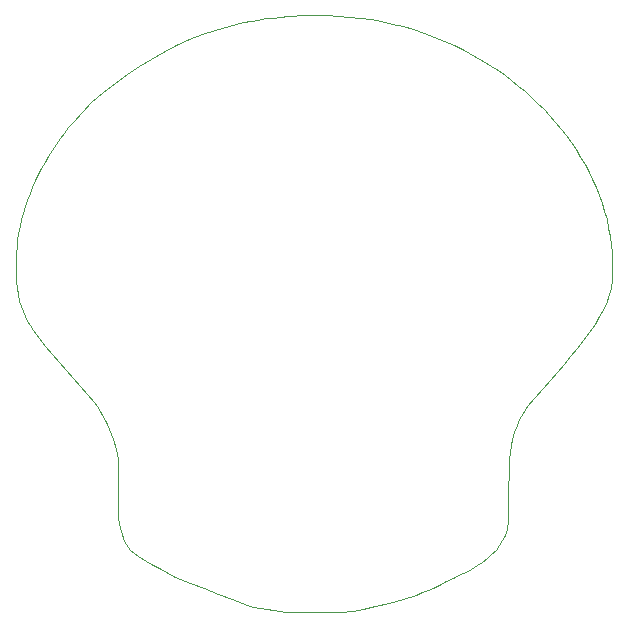
<source format=gbr>
%TF.GenerationSoftware,KiCad,Pcbnew,(6.0.7)*%
%TF.CreationDate,2022-09-06T20:50:32-05:00*%
%TF.ProjectId,Soldering Crew Badge,536f6c64-6572-4696-9e67-204372657720,rev?*%
%TF.SameCoordinates,Original*%
%TF.FileFunction,Profile,NP*%
%FSLAX46Y46*%
G04 Gerber Fmt 4.6, Leading zero omitted, Abs format (unit mm)*
G04 Created by KiCad (PCBNEW (6.0.7)) date 2022-09-06 20:50:32*
%MOMM*%
%LPD*%
G01*
G04 APERTURE LIST*
%TA.AperFunction,Profile*%
%ADD10C,0.100000*%
%TD*%
G04 APERTURE END LIST*
D10*
X139060192Y-121515093D02*
X139185692Y-122088993D01*
X172154292Y-115435293D02*
X172240192Y-114847493D01*
X161886392Y-128186293D02*
X163068892Y-127847693D01*
X131095692Y-94575593D02*
X130926192Y-95134493D01*
X137163292Y-111518493D02*
X137407392Y-111885993D01*
X132202292Y-91862093D02*
X131948192Y-92392593D01*
X168875692Y-125266193D02*
X169332392Y-124989993D01*
X138051592Y-113043493D02*
X138232492Y-113450393D01*
X180677092Y-101475493D02*
X180752792Y-100735593D01*
X131488092Y-93472793D02*
X131283092Y-94021593D01*
X152093392Y-128797993D02*
X153212792Y-128908893D01*
X172704092Y-113137493D02*
X172943592Y-112590093D01*
X173579392Y-111537993D02*
X175563592Y-109286793D01*
X179717992Y-103861593D02*
X180070192Y-103216993D01*
X146061892Y-80024393D02*
X144946592Y-80466093D01*
X165728892Y-80233693D02*
X164854892Y-79912193D01*
X130531592Y-96835393D02*
X130439692Y-97409093D01*
X137684892Y-84936193D02*
X136700392Y-85760593D01*
X153212792Y-128908893D02*
X154336392Y-128967493D01*
X147411892Y-127410893D02*
X148627392Y-127878293D01*
X133364392Y-107135293D02*
X133964092Y-107799293D01*
X170502592Y-82689093D02*
X169894492Y-82311393D01*
X138394092Y-113869293D02*
X138534992Y-114301093D01*
X169894492Y-82311393D02*
X169092492Y-81833093D01*
X148627392Y-127878293D02*
X149874892Y-128386993D01*
X158493592Y-78536593D02*
X157563892Y-78464793D01*
X138534992Y-114301093D02*
X138639892Y-114586393D01*
X131740992Y-105037093D02*
X132241892Y-105760993D01*
X155700392Y-78414293D02*
X155700392Y-78414293D01*
X155700392Y-78414293D02*
X155700392Y-78414293D01*
X179426992Y-92969593D02*
X179133892Y-92310993D01*
X178343992Y-105901793D02*
X178845392Y-105210193D01*
X165639992Y-126912793D02*
X166009692Y-126728993D01*
X148967492Y-79149193D02*
X148371892Y-79297593D01*
X179935092Y-94315293D02*
X179694392Y-93637893D01*
X160733492Y-128476993D02*
X161886392Y-128186293D01*
X165209092Y-127100693D02*
X165639992Y-126912793D01*
X138639892Y-114586393D02*
X138728392Y-114875093D01*
X139955592Y-123712493D02*
X140632192Y-124173093D01*
X138861392Y-115461593D02*
X138943992Y-116058493D01*
X130611792Y-102636993D02*
X130753092Y-103065693D01*
X180769192Y-98541493D02*
X180707392Y-97820493D01*
X130914992Y-103481893D02*
X131096092Y-103886293D01*
X137852892Y-112647693D02*
X138051592Y-113043493D01*
X170186792Y-124373393D02*
X170572892Y-124029993D01*
X152066492Y-78612993D02*
X151429692Y-78692393D01*
X160342992Y-78773693D02*
X159420292Y-78639593D01*
X131510492Y-104662993D02*
X131740992Y-105037093D01*
X155700392Y-78414293D02*
X154706892Y-78437693D01*
X146213592Y-126953493D02*
X147411892Y-127410893D01*
X130302392Y-100307793D02*
X130343192Y-100890493D01*
X172056092Y-116628393D02*
X172094492Y-116029393D01*
X170923992Y-123661293D02*
X171234392Y-123265693D01*
X141938492Y-124975793D02*
X142571892Y-125325693D01*
X153367592Y-78496593D02*
X152712392Y-78547693D01*
X166308292Y-126551693D02*
X166525992Y-126383093D01*
X169771392Y-124692993D02*
X170186792Y-124373393D01*
X149570792Y-79014393D02*
X148967492Y-79149193D01*
X173399492Y-84858793D02*
X172842292Y-84389093D01*
X150979992Y-128626693D02*
X151535792Y-128720393D01*
X130290792Y-99143993D02*
X130285092Y-99725493D01*
X166525992Y-126383093D02*
X167456092Y-125983193D01*
X150182092Y-78893193D02*
X149570792Y-79014393D01*
X130407992Y-101473293D02*
X130497392Y-102055593D01*
X159688692Y-128701493D02*
X160733492Y-128476993D01*
X133691592Y-89323193D02*
X133366392Y-89814393D01*
X176886592Y-88589893D02*
X176439092Y-88013093D01*
X180148292Y-95001193D02*
X179935092Y-94315293D01*
X143808492Y-125942393D02*
X145017392Y-126474493D01*
X145017392Y-126474493D02*
X146213592Y-126953493D01*
X180488392Y-96396793D02*
X180333092Y-95695193D01*
X173943692Y-85345393D02*
X173399492Y-84858793D01*
X136362292Y-110458893D02*
X136906792Y-111158693D01*
X138728392Y-114875093D02*
X138861392Y-115461593D01*
X164854892Y-79912193D02*
X163969792Y-79621993D01*
X171916792Y-121649193D02*
X171953492Y-121386293D01*
X167439592Y-80970593D02*
X166590892Y-80586493D01*
X130285092Y-99725493D02*
X130302392Y-100307793D01*
X174474192Y-85848293D02*
X173943692Y-85345393D01*
X134574692Y-108456793D02*
X135185292Y-109114793D01*
X174989792Y-86367093D02*
X174474192Y-85848293D01*
X166590892Y-80586493D02*
X165728892Y-80233693D01*
X141734192Y-82093993D02*
X140700992Y-82734393D01*
X167456092Y-125983193D02*
X167931792Y-125761293D01*
X157711192Y-128910793D02*
X158830692Y-128841393D01*
X180353792Y-102600293D02*
X180466892Y-102304393D01*
X156632492Y-78423993D02*
X155700392Y-78414293D01*
X180613492Y-97105393D02*
X180488392Y-96396793D01*
X168273792Y-81386093D02*
X167439592Y-80970593D01*
X139683092Y-83422193D02*
X138678392Y-84156393D01*
X180559192Y-102017793D02*
X180629692Y-101741193D01*
X139370092Y-122648093D02*
X139487592Y-122921293D01*
X141292592Y-124592893D02*
X141938492Y-124975793D01*
X135887892Y-86583993D02*
X135112692Y-87454493D01*
X132241892Y-105760993D02*
X132786692Y-106458193D01*
X179133892Y-92310993D02*
X178816092Y-91662493D01*
X171863492Y-121903693D02*
X171916792Y-121649193D01*
X130439692Y-97409093D02*
X130368592Y-97985393D01*
X171610992Y-122618893D02*
X171709892Y-122388393D01*
X134379192Y-88368793D02*
X134029292Y-88841193D01*
X138946392Y-120331893D02*
X138983792Y-120928593D01*
X155461992Y-128981993D02*
X156587592Y-128960393D01*
X138986192Y-116663293D02*
X138997792Y-117273793D01*
X178474292Y-91024593D02*
X178109592Y-90397893D01*
X135185292Y-109114793D02*
X135784792Y-109779893D01*
X171972692Y-121114993D02*
X171973892Y-120834893D01*
X162171492Y-79135393D02*
X161260392Y-78938993D01*
X130497392Y-102055593D02*
X130611792Y-102636993D01*
X168406892Y-125522793D02*
X168875692Y-125266193D01*
X139269892Y-122370493D02*
X139370092Y-122648093D01*
X143194592Y-125646593D02*
X143808492Y-125942393D01*
X133964092Y-107799293D02*
X134574692Y-108456793D01*
X172273092Y-83936693D02*
X171692792Y-83502293D01*
X177314792Y-89179993D02*
X176886592Y-88589893D01*
X173233792Y-112056393D02*
X173579392Y-111537993D01*
X135784792Y-109779893D02*
X136362292Y-110458893D01*
X171709892Y-122388393D02*
X171794292Y-122149993D01*
X142571892Y-125325693D02*
X143194592Y-125646593D01*
X170572892Y-124029993D02*
X170923992Y-123661293D01*
X139623392Y-123189993D02*
X139779092Y-123453793D01*
X154706892Y-78437693D02*
X153367592Y-78496593D01*
X171953492Y-121386293D02*
X171972692Y-121114993D01*
X166009692Y-126728993D02*
X166308292Y-126551693D01*
X172240192Y-114847493D02*
X172357292Y-114267693D01*
X138938192Y-119727093D02*
X138946392Y-120331893D01*
X163969792Y-79621993D02*
X163074992Y-79363093D01*
X169332392Y-124989993D02*
X169771392Y-124692993D01*
X134740492Y-87906393D02*
X134379192Y-88368793D01*
X130926192Y-95134493D02*
X130775392Y-95697693D01*
X177811692Y-106596693D02*
X178343992Y-105901793D01*
X172094492Y-116029393D02*
X172154292Y-115435293D01*
X157563892Y-78464793D02*
X156632492Y-78423993D01*
X148371892Y-79297593D02*
X147202992Y-79634493D01*
X131948192Y-92392593D02*
X131709892Y-92929593D01*
X135112692Y-87454493D02*
X134740492Y-87906393D01*
X131295092Y-104279693D02*
X131510492Y-104662993D01*
X180792792Y-99999593D02*
X180797992Y-99268093D01*
X137637692Y-112262093D02*
X137852892Y-112647693D01*
X180707392Y-97820493D02*
X180613492Y-97105393D01*
X154336392Y-128967493D02*
X155461992Y-128981993D01*
X172012792Y-119645393D02*
X172019792Y-118440093D01*
X179694392Y-93637893D02*
X179426992Y-92969593D01*
X143854892Y-80958893D02*
X142784792Y-81501893D01*
X164726692Y-127290493D02*
X165209092Y-127100693D01*
X150801592Y-78785893D02*
X150182092Y-78893193D01*
X171692792Y-83502293D02*
X171102392Y-83086193D01*
X131283092Y-94021593D02*
X131095692Y-94575593D01*
X137407392Y-111885993D02*
X137637692Y-112262093D01*
X150426292Y-128515893D02*
X150979992Y-128626693D01*
X171234392Y-123265693D02*
X171498292Y-122841893D01*
X136906792Y-111158693D02*
X137163292Y-111518493D01*
X178845392Y-105210193D02*
X179306592Y-104528093D01*
X164202692Y-127479693D02*
X164726692Y-127290493D01*
X171973892Y-120834893D02*
X172012792Y-119645393D01*
X130643692Y-96264793D02*
X130531592Y-96835393D01*
X175973192Y-87449993D02*
X175489792Y-86901093D01*
X152712392Y-78547693D02*
X152066492Y-78612993D01*
X172842292Y-84389093D02*
X172273092Y-83936693D01*
X133366392Y-89814393D02*
X133054292Y-90314293D01*
X142784792Y-81501893D02*
X141734192Y-82093993D01*
X151535792Y-128720393D02*
X152093392Y-128797993D01*
X140700992Y-82734393D02*
X139683092Y-83422193D01*
X178109592Y-90397893D02*
X177722792Y-89782893D01*
X147202992Y-79634493D02*
X146061892Y-80024393D01*
X179306592Y-104528093D02*
X179717992Y-103861593D01*
X130318692Y-98563793D02*
X130290792Y-99143993D01*
X130753092Y-103065693D02*
X130914992Y-103481893D01*
X138678392Y-84156393D02*
X137684892Y-84936193D01*
X139185692Y-122088993D02*
X139269892Y-122370493D01*
X177258092Y-107288793D02*
X177811692Y-106596693D01*
X180333092Y-95695193D02*
X180148292Y-95001193D01*
X138943992Y-116058493D02*
X138986192Y-116663293D01*
X172510292Y-113697193D02*
X172704092Y-113137493D01*
X151429692Y-78692393D02*
X150801592Y-78785893D01*
X180070192Y-103216993D02*
X180353792Y-102600293D01*
X180797992Y-99268093D02*
X180769192Y-98541493D01*
X177722792Y-89782893D02*
X177314792Y-89179993D01*
X138983792Y-120928593D02*
X139060192Y-121515093D01*
X133054292Y-90314293D02*
X132755892Y-90822493D01*
X161260392Y-78938993D02*
X160342992Y-78773693D01*
X175563592Y-109286793D02*
X176692492Y-107971993D01*
X131709892Y-92929593D02*
X131488092Y-93472793D01*
X172019792Y-118440093D02*
X172033992Y-117230793D01*
X132755892Y-90822493D02*
X132471692Y-91338593D01*
X167931792Y-125761293D02*
X168406892Y-125522793D01*
X178816092Y-91662493D02*
X178474292Y-91024593D01*
X134029292Y-88841193D02*
X133691592Y-89323193D01*
X163068892Y-127847693D02*
X164202692Y-127479693D01*
X180629692Y-101741193D02*
X180677092Y-101475493D01*
X163074992Y-79363093D02*
X162171492Y-79135393D01*
X175489792Y-86901093D02*
X174989792Y-86367093D01*
X171102392Y-83086193D02*
X170502592Y-82689093D01*
X156587592Y-128960393D02*
X157711192Y-128910793D01*
X138232492Y-113450393D02*
X138394092Y-113869293D01*
X144946592Y-80466093D02*
X143854892Y-80958893D01*
X159420292Y-78639593D02*
X158493592Y-78536593D01*
X139487592Y-122921293D02*
X139623392Y-123189993D01*
X138949192Y-119116693D02*
X138938192Y-119727093D01*
X172357292Y-114267693D02*
X172510292Y-113697193D01*
X140632192Y-124173093D02*
X141292592Y-124592893D01*
X132786692Y-106458193D02*
X133364392Y-107135293D01*
X131096092Y-103886293D02*
X131295092Y-104279693D01*
X180752792Y-100735593D02*
X180792792Y-99999593D01*
X169092492Y-81833093D02*
X168273792Y-81386093D01*
X158830692Y-128841393D02*
X159688692Y-128701493D01*
X149874892Y-128386993D02*
X150426292Y-128515893D01*
X172033992Y-117230793D02*
X172056092Y-116628393D01*
X180466892Y-102304393D02*
X180559192Y-102017793D01*
X138988892Y-117887693D02*
X138949192Y-119116693D01*
X130368592Y-97985393D02*
X130318692Y-98563793D01*
X130775392Y-95697693D02*
X130643692Y-96264793D01*
X138997792Y-117273793D02*
X138988892Y-117887693D01*
X176692492Y-107971993D02*
X177258092Y-107288793D01*
X130343192Y-100890493D02*
X130407992Y-101473293D01*
X132471692Y-91338593D02*
X132202292Y-91862093D01*
X139779092Y-123453793D02*
X139955592Y-123712493D01*
X171498292Y-122841893D02*
X171610992Y-122618893D01*
X176439092Y-88013093D02*
X175973192Y-87449993D01*
X136700392Y-85760593D02*
X135887892Y-86583993D01*
X172943592Y-112590093D02*
X173233792Y-112056393D01*
X171794292Y-122149993D02*
X171863492Y-121903693D01*
M02*

</source>
